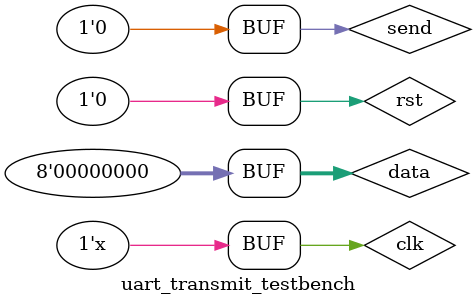
<source format=v>
`timescale 1ns / 1ps


module uart_transmit_testbench;

	// Inputs
	reg send;
	reg [7:0] data;
	reg clk;
	reg rst;

	// Outputs
	wire ready;
	wire uart_tx;

	// Instantiate the Unit Under Test (UUT)
	uart_transmit uut (
		.send(send), 
		.data(data), 
		.clk(clk), 
		.ready(ready), 
		.uart_tx(uart_tx), 
		.rst(rst)
	);

	initial begin
		// Initialize Inputs
		send = 0;
		data = 0;
		clk = 0;
		rst = 0;

		// Wait 100 ns for global reset to finish
		#100;
        
		  
		rst = 1;
		data = 8'b00000000;
		#20;
		rst = 0;
		
		#20
		send = 1;
		#10;
		send = 0;
		// Add stimulus here

	end

always #5 clk = ~clk;
endmodule


</source>
